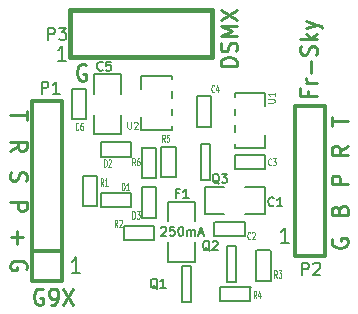
<source format=gto>
G04 (created by PCBNEW-RS274X (2011-11-27 BZR 3249)-stable) date 10/09/2012 4:54:59 p.m.*
G01*
G70*
G90*
%MOIN*%
G04 Gerber Fmt 3.4, Leading zero omitted, Abs format*
%FSLAX34Y34*%
G04 APERTURE LIST*
%ADD10C,0.006000*%
%ADD11C,0.007900*%
%ADD12C,0.009800*%
%ADD13C,0.007500*%
%ADD14C,0.005000*%
%ADD15C,0.012000*%
%ADD16C,0.015000*%
%ADD17C,0.004300*%
%ADD18C,0.003900*%
%ADD19C,0.008000*%
G04 APERTURE END LIST*
G54D10*
G54D11*
X31277Y-14892D02*
X31007Y-14892D01*
X31142Y-14892D02*
X31142Y-14380D01*
X31097Y-14453D01*
X31052Y-14502D01*
X31007Y-14527D01*
X24308Y-15876D02*
X24038Y-15876D01*
X24173Y-15876D02*
X24173Y-15364D01*
X24128Y-15437D01*
X24083Y-15486D01*
X24038Y-15511D01*
X23836Y-08829D02*
X23566Y-08829D01*
X23701Y-08829D02*
X23701Y-08317D01*
X23656Y-08390D01*
X23611Y-08439D01*
X23566Y-08464D01*
G54D12*
X24504Y-08950D02*
X24455Y-08924D01*
X24382Y-08924D01*
X24309Y-08950D01*
X24260Y-09002D01*
X24236Y-09055D01*
X24212Y-09160D01*
X24212Y-09238D01*
X24236Y-09343D01*
X24260Y-09396D01*
X24309Y-09448D01*
X24382Y-09475D01*
X24431Y-09475D01*
X24504Y-09448D01*
X24528Y-09422D01*
X24528Y-09238D01*
X24431Y-09238D01*
X22009Y-12531D02*
X21982Y-12604D01*
X21982Y-12726D01*
X22009Y-12774D01*
X22035Y-12799D01*
X22087Y-12823D01*
X22140Y-12823D01*
X22192Y-12799D01*
X22219Y-12774D01*
X22245Y-12726D01*
X22271Y-12628D01*
X22297Y-12579D01*
X22324Y-12555D01*
X22376Y-12531D01*
X22429Y-12531D01*
X22481Y-12555D01*
X22507Y-12579D01*
X22533Y-12628D01*
X22533Y-12750D01*
X22507Y-12823D01*
X21982Y-13527D02*
X22533Y-13527D01*
X22533Y-13722D01*
X22507Y-13771D01*
X22481Y-13795D01*
X22429Y-13819D01*
X22350Y-13819D01*
X22297Y-13795D01*
X22271Y-13771D01*
X22245Y-13722D01*
X22245Y-13527D01*
X21982Y-11812D02*
X22245Y-11642D01*
X21982Y-11520D02*
X22533Y-11520D01*
X22533Y-11715D01*
X22507Y-11764D01*
X22481Y-11788D01*
X22429Y-11812D01*
X22350Y-11812D01*
X22297Y-11788D01*
X22271Y-11764D01*
X22245Y-11715D01*
X22245Y-11520D01*
X22533Y-10484D02*
X22533Y-10776D01*
X21982Y-10630D02*
X22533Y-10630D01*
X22010Y-14698D02*
X22400Y-14698D01*
X22205Y-14908D02*
X22205Y-14488D01*
X22507Y-15764D02*
X22533Y-15715D01*
X22533Y-15642D01*
X22507Y-15569D01*
X22455Y-15520D01*
X22402Y-15496D01*
X22297Y-15472D01*
X22219Y-15472D01*
X22114Y-15496D01*
X22061Y-15520D01*
X22009Y-15569D01*
X21982Y-15642D01*
X21982Y-15691D01*
X22009Y-15764D01*
X22035Y-15788D01*
X22219Y-15788D01*
X22219Y-15691D01*
X32703Y-10973D02*
X32703Y-10681D01*
X33254Y-10827D02*
X32703Y-10827D01*
X33254Y-11653D02*
X32991Y-11823D01*
X33254Y-11945D02*
X32703Y-11945D01*
X32703Y-11750D01*
X32729Y-11701D01*
X32755Y-11677D01*
X32807Y-11653D01*
X32886Y-11653D01*
X32939Y-11677D01*
X32965Y-11701D01*
X32991Y-11750D01*
X32991Y-11945D01*
X33254Y-12929D02*
X32703Y-12929D01*
X32703Y-12734D01*
X32729Y-12685D01*
X32755Y-12661D01*
X32807Y-12637D01*
X32886Y-12637D01*
X32939Y-12661D01*
X32965Y-12685D01*
X32991Y-12734D01*
X32991Y-12929D01*
X32965Y-13782D02*
X32991Y-13709D01*
X33017Y-13685D01*
X33070Y-13661D01*
X33149Y-13661D01*
X33201Y-13685D01*
X33227Y-13709D01*
X33254Y-13758D01*
X33254Y-13953D01*
X32703Y-13953D01*
X32703Y-13782D01*
X32729Y-13734D01*
X32755Y-13709D01*
X32807Y-13685D01*
X32860Y-13685D01*
X32912Y-13709D01*
X32939Y-13734D01*
X32965Y-13782D01*
X32965Y-13953D01*
X32729Y-14748D02*
X32703Y-14797D01*
X32703Y-14870D01*
X32729Y-14943D01*
X32781Y-14992D01*
X32834Y-15016D01*
X32939Y-15040D01*
X33017Y-15040D01*
X33122Y-15016D01*
X33175Y-14992D01*
X33227Y-14943D01*
X33254Y-14870D01*
X33254Y-14821D01*
X33227Y-14748D01*
X33201Y-14724D01*
X33017Y-14724D01*
X33017Y-14821D01*
G54D13*
X29469Y-11594D02*
X29469Y-11713D01*
X29469Y-10964D02*
X29469Y-11201D01*
X29469Y-10413D02*
X29469Y-10610D01*
X29469Y-09901D02*
X29469Y-10020D01*
X30493Y-10335D02*
X30493Y-09901D01*
X30493Y-11279D02*
X30493Y-11713D01*
X29469Y-11713D02*
X30493Y-11713D01*
X30493Y-09901D02*
X29469Y-09901D01*
X27382Y-09429D02*
X27382Y-09310D01*
X27382Y-10059D02*
X27382Y-09822D01*
X27382Y-10610D02*
X27382Y-10413D01*
X27382Y-11122D02*
X27382Y-11003D01*
X26358Y-10688D02*
X26358Y-11122D01*
X26358Y-09744D02*
X26358Y-09310D01*
X27382Y-09310D02*
X26358Y-09310D01*
X26358Y-11122D02*
X27382Y-11122D01*
G54D14*
X28335Y-12785D02*
X28335Y-11585D01*
X28335Y-11585D02*
X28635Y-11585D01*
X28635Y-11585D02*
X28635Y-12785D01*
X28635Y-12785D02*
X28335Y-12785D01*
X29520Y-14991D02*
X29520Y-16191D01*
X29520Y-16191D02*
X29220Y-16191D01*
X29220Y-16191D02*
X29220Y-14991D01*
X29220Y-14991D02*
X29520Y-14991D01*
X27724Y-16860D02*
X27724Y-15660D01*
X27724Y-15660D02*
X28024Y-15660D01*
X28024Y-15660D02*
X28024Y-16860D01*
X28024Y-16860D02*
X27724Y-16860D01*
X30469Y-13934D02*
X30469Y-13034D01*
X30469Y-13034D02*
X29819Y-13034D01*
X29119Y-13934D02*
X28469Y-13934D01*
X28469Y-13934D02*
X28469Y-13034D01*
X28469Y-13034D02*
X29119Y-13034D01*
X29819Y-13934D02*
X30469Y-13934D01*
X24767Y-11255D02*
X25667Y-11255D01*
X25667Y-11255D02*
X25667Y-10605D01*
X24767Y-09905D02*
X24767Y-09255D01*
X24767Y-09255D02*
X25667Y-09255D01*
X25667Y-09255D02*
X25667Y-09905D01*
X24767Y-10605D02*
X24767Y-11255D01*
X29803Y-14173D02*
X28799Y-14173D01*
X28779Y-14645D02*
X29803Y-14645D01*
X29803Y-14645D02*
X29803Y-14173D01*
X28790Y-14641D02*
X28790Y-14181D01*
X26850Y-12717D02*
X26850Y-11713D01*
X26378Y-11693D02*
X26378Y-12717D01*
X26378Y-12717D02*
X26850Y-12717D01*
X26382Y-11704D02*
X26842Y-11704D01*
X27028Y-11673D02*
X27028Y-12677D01*
X27500Y-12697D02*
X27500Y-11673D01*
X27500Y-11673D02*
X27028Y-11673D01*
X27496Y-12686D02*
X27036Y-12686D01*
X28976Y-16810D02*
X29980Y-16810D01*
X30000Y-16338D02*
X28976Y-16338D01*
X28976Y-16338D02*
X28976Y-16810D01*
X29989Y-16342D02*
X29989Y-16802D01*
X30669Y-16142D02*
X30669Y-15138D01*
X30197Y-15118D02*
X30197Y-16142D01*
X30197Y-16142D02*
X30669Y-16142D01*
X30201Y-15129D02*
X30661Y-15129D01*
X26792Y-14331D02*
X25788Y-14331D01*
X25768Y-14803D02*
X26792Y-14803D01*
X26792Y-14803D02*
X26792Y-14331D01*
X25779Y-14799D02*
X25779Y-14339D01*
X24410Y-12638D02*
X24410Y-13642D01*
X24882Y-13662D02*
X24882Y-12638D01*
X24882Y-12638D02*
X24410Y-12638D01*
X24878Y-13651D02*
X24418Y-13651D01*
X30493Y-11949D02*
X29489Y-11949D01*
X29469Y-12421D02*
X30493Y-12421D01*
X30493Y-12421D02*
X30493Y-11949D01*
X29480Y-12417D02*
X29480Y-11957D01*
X28681Y-11004D02*
X28681Y-10000D01*
X28209Y-09980D02*
X28209Y-11004D01*
X28209Y-11004D02*
X28681Y-11004D01*
X28213Y-09991D02*
X28673Y-09991D01*
X24508Y-10767D02*
X24508Y-09763D01*
X24036Y-09743D02*
X24036Y-10767D01*
X24036Y-10767D02*
X24508Y-10767D01*
X24040Y-09754D02*
X24500Y-09754D01*
X26378Y-13031D02*
X26378Y-14035D01*
X26850Y-14055D02*
X26850Y-13031D01*
X26850Y-13031D02*
X26378Y-13031D01*
X26846Y-14044D02*
X26386Y-14044D01*
X26024Y-11536D02*
X25020Y-11536D01*
X25000Y-12008D02*
X26024Y-12008D01*
X26024Y-12008D02*
X26024Y-11536D01*
X25011Y-12004D02*
X25011Y-11544D01*
X25000Y-13701D02*
X26004Y-13701D01*
X26024Y-13229D02*
X25000Y-13229D01*
X25000Y-13229D02*
X25000Y-13701D01*
X26013Y-13233D02*
X26013Y-13693D01*
G54D15*
X31489Y-15314D02*
X32489Y-15314D01*
X32489Y-10314D02*
X31489Y-10314D01*
X31489Y-15314D02*
X31489Y-10314D01*
X32489Y-10314D02*
X32489Y-15314D01*
X23728Y-16150D02*
X22728Y-16150D01*
X22728Y-16150D02*
X22728Y-10150D01*
X22728Y-10150D02*
X23728Y-10150D01*
X23728Y-10150D02*
X23728Y-16150D01*
X23728Y-15150D02*
X22728Y-15150D01*
G54D16*
X23997Y-07106D02*
X28721Y-07106D01*
X28721Y-07106D02*
X28721Y-08680D01*
X28721Y-08680D02*
X23997Y-08680D01*
X23997Y-08680D02*
X23997Y-07106D01*
G54D14*
X27247Y-15507D02*
X28147Y-15507D01*
X28147Y-15507D02*
X28147Y-14857D01*
X27247Y-14157D02*
X27247Y-13507D01*
X27247Y-13507D02*
X28147Y-13507D01*
X28147Y-13507D02*
X28147Y-14157D01*
X27247Y-14857D02*
X27247Y-15507D01*
G54D17*
X30587Y-10212D02*
X30763Y-10212D01*
X30784Y-10202D01*
X30794Y-10192D01*
X30804Y-10171D01*
X30804Y-10130D01*
X30794Y-10109D01*
X30784Y-10099D01*
X30763Y-10088D01*
X30587Y-10088D01*
X30804Y-09872D02*
X30804Y-09996D01*
X30804Y-09934D02*
X30587Y-09934D01*
X30618Y-09954D01*
X30639Y-09975D01*
X30649Y-09996D01*
X25898Y-10854D02*
X25898Y-11030D01*
X25908Y-11051D01*
X25918Y-11061D01*
X25939Y-11071D01*
X25980Y-11071D01*
X26001Y-11061D01*
X26011Y-11051D01*
X26022Y-11030D01*
X26022Y-10854D01*
X26114Y-10875D02*
X26125Y-10865D01*
X26145Y-10854D01*
X26197Y-10854D01*
X26218Y-10865D01*
X26228Y-10875D01*
X26238Y-10896D01*
X26238Y-10916D01*
X26228Y-10947D01*
X26104Y-11071D01*
X26238Y-11071D01*
G54D13*
X28948Y-12906D02*
X28920Y-12892D01*
X28891Y-12863D01*
X28848Y-12820D01*
X28820Y-12806D01*
X28791Y-12806D01*
X28806Y-12877D02*
X28777Y-12863D01*
X28748Y-12835D01*
X28734Y-12777D01*
X28734Y-12677D01*
X28748Y-12620D01*
X28777Y-12592D01*
X28806Y-12577D01*
X28863Y-12577D01*
X28891Y-12592D01*
X28920Y-12620D01*
X28934Y-12677D01*
X28934Y-12777D01*
X28920Y-12835D01*
X28891Y-12863D01*
X28863Y-12877D01*
X28806Y-12877D01*
X29034Y-12577D02*
X29220Y-12577D01*
X29120Y-12692D01*
X29162Y-12692D01*
X29191Y-12706D01*
X29205Y-12720D01*
X29220Y-12749D01*
X29220Y-12820D01*
X29205Y-12849D01*
X29191Y-12863D01*
X29162Y-12877D01*
X29077Y-12877D01*
X29048Y-12863D01*
X29034Y-12849D01*
X28633Y-15150D02*
X28605Y-15136D01*
X28576Y-15107D01*
X28533Y-15064D01*
X28505Y-15050D01*
X28476Y-15050D01*
X28491Y-15121D02*
X28462Y-15107D01*
X28433Y-15079D01*
X28419Y-15021D01*
X28419Y-14921D01*
X28433Y-14864D01*
X28462Y-14836D01*
X28491Y-14821D01*
X28548Y-14821D01*
X28576Y-14836D01*
X28605Y-14864D01*
X28619Y-14921D01*
X28619Y-15021D01*
X28605Y-15079D01*
X28576Y-15107D01*
X28548Y-15121D01*
X28491Y-15121D01*
X28733Y-14850D02*
X28747Y-14836D01*
X28776Y-14821D01*
X28847Y-14821D01*
X28876Y-14836D01*
X28890Y-14850D01*
X28905Y-14879D01*
X28905Y-14907D01*
X28890Y-14950D01*
X28719Y-15121D01*
X28905Y-15121D01*
X26895Y-16410D02*
X26867Y-16396D01*
X26838Y-16367D01*
X26795Y-16324D01*
X26767Y-16310D01*
X26738Y-16310D01*
X26753Y-16381D02*
X26724Y-16367D01*
X26695Y-16339D01*
X26681Y-16281D01*
X26681Y-16181D01*
X26695Y-16124D01*
X26724Y-16096D01*
X26753Y-16081D01*
X26810Y-16081D01*
X26838Y-16096D01*
X26867Y-16124D01*
X26881Y-16181D01*
X26881Y-16281D01*
X26867Y-16339D01*
X26838Y-16367D01*
X26810Y-16381D01*
X26753Y-16381D01*
X27167Y-16381D02*
X26995Y-16381D01*
X27081Y-16381D02*
X27081Y-16081D01*
X27052Y-16124D01*
X27024Y-16153D01*
X26995Y-16167D01*
G54D14*
X30777Y-13636D02*
X30763Y-13650D01*
X30720Y-13664D01*
X30691Y-13664D01*
X30648Y-13650D01*
X30620Y-13622D01*
X30605Y-13593D01*
X30591Y-13536D01*
X30591Y-13493D01*
X30605Y-13436D01*
X30620Y-13407D01*
X30648Y-13379D01*
X30691Y-13364D01*
X30720Y-13364D01*
X30763Y-13379D01*
X30777Y-13393D01*
X31063Y-13664D02*
X30891Y-13664D01*
X30977Y-13664D02*
X30977Y-13364D01*
X30948Y-13407D01*
X30920Y-13436D01*
X30891Y-13450D01*
X25068Y-09109D02*
X25054Y-09123D01*
X25011Y-09137D01*
X24982Y-09137D01*
X24939Y-09123D01*
X24911Y-09095D01*
X24896Y-09066D01*
X24882Y-09009D01*
X24882Y-08966D01*
X24896Y-08909D01*
X24911Y-08880D01*
X24939Y-08852D01*
X24982Y-08837D01*
X25011Y-08837D01*
X25054Y-08852D01*
X25068Y-08866D01*
X25339Y-08837D02*
X25196Y-08837D01*
X25182Y-08980D01*
X25196Y-08966D01*
X25225Y-08952D01*
X25296Y-08952D01*
X25325Y-08966D01*
X25339Y-08980D01*
X25354Y-09009D01*
X25354Y-09080D01*
X25339Y-09109D01*
X25325Y-09123D01*
X25296Y-09137D01*
X25225Y-09137D01*
X25196Y-09123D01*
X25182Y-09109D01*
G54D18*
X29994Y-14739D02*
X29987Y-14751D01*
X29964Y-14762D01*
X29949Y-14762D01*
X29927Y-14751D01*
X29912Y-14728D01*
X29904Y-14705D01*
X29897Y-14659D01*
X29897Y-14624D01*
X29904Y-14578D01*
X29912Y-14555D01*
X29927Y-14533D01*
X29949Y-14521D01*
X29964Y-14521D01*
X29987Y-14533D01*
X29994Y-14544D01*
X30054Y-14544D02*
X30061Y-14533D01*
X30076Y-14521D01*
X30114Y-14521D01*
X30129Y-14533D01*
X30136Y-14544D01*
X30144Y-14567D01*
X30144Y-14590D01*
X30136Y-14624D01*
X30046Y-14762D01*
X30144Y-14762D01*
X26155Y-12302D02*
X26103Y-12187D01*
X26065Y-12302D02*
X26065Y-12061D01*
X26125Y-12061D01*
X26140Y-12073D01*
X26148Y-12084D01*
X26155Y-12107D01*
X26155Y-12141D01*
X26148Y-12164D01*
X26140Y-12176D01*
X26125Y-12187D01*
X26065Y-12187D01*
X26290Y-12061D02*
X26260Y-12061D01*
X26245Y-12073D01*
X26237Y-12084D01*
X26222Y-12118D01*
X26215Y-12164D01*
X26215Y-12256D01*
X26222Y-12279D01*
X26230Y-12291D01*
X26245Y-12302D01*
X26275Y-12302D01*
X26290Y-12291D01*
X26297Y-12279D01*
X26305Y-12256D01*
X26305Y-12199D01*
X26297Y-12176D01*
X26290Y-12164D01*
X26275Y-12153D01*
X26245Y-12153D01*
X26230Y-12164D01*
X26222Y-12176D01*
X26215Y-12199D01*
X27140Y-11514D02*
X27088Y-11399D01*
X27050Y-11514D02*
X27050Y-11273D01*
X27110Y-11273D01*
X27125Y-11285D01*
X27133Y-11296D01*
X27140Y-11319D01*
X27140Y-11353D01*
X27133Y-11376D01*
X27125Y-11388D01*
X27110Y-11399D01*
X27050Y-11399D01*
X27282Y-11273D02*
X27207Y-11273D01*
X27200Y-11388D01*
X27207Y-11376D01*
X27222Y-11365D01*
X27260Y-11365D01*
X27275Y-11376D01*
X27282Y-11388D01*
X27290Y-11411D01*
X27290Y-11468D01*
X27282Y-11491D01*
X27275Y-11503D01*
X27260Y-11514D01*
X27222Y-11514D01*
X27207Y-11503D01*
X27200Y-11491D01*
X30191Y-16731D02*
X30139Y-16616D01*
X30101Y-16731D02*
X30101Y-16490D01*
X30161Y-16490D01*
X30176Y-16502D01*
X30184Y-16513D01*
X30191Y-16536D01*
X30191Y-16570D01*
X30184Y-16593D01*
X30176Y-16605D01*
X30161Y-16616D01*
X30101Y-16616D01*
X30326Y-16570D02*
X30326Y-16731D01*
X30288Y-16479D02*
X30251Y-16651D01*
X30348Y-16651D01*
X30880Y-16042D02*
X30828Y-15927D01*
X30790Y-16042D02*
X30790Y-15801D01*
X30850Y-15801D01*
X30865Y-15813D01*
X30873Y-15824D01*
X30880Y-15847D01*
X30880Y-15881D01*
X30873Y-15904D01*
X30865Y-15916D01*
X30850Y-15927D01*
X30790Y-15927D01*
X30932Y-15801D02*
X31030Y-15801D01*
X30977Y-15893D01*
X31000Y-15893D01*
X31015Y-15904D01*
X31022Y-15916D01*
X31030Y-15939D01*
X31030Y-15996D01*
X31022Y-16019D01*
X31015Y-16031D01*
X31000Y-16042D01*
X30955Y-16042D01*
X30940Y-16031D01*
X30932Y-16019D01*
X25565Y-14349D02*
X25513Y-14234D01*
X25475Y-14349D02*
X25475Y-14108D01*
X25535Y-14108D01*
X25550Y-14120D01*
X25558Y-14131D01*
X25565Y-14154D01*
X25565Y-14188D01*
X25558Y-14211D01*
X25550Y-14223D01*
X25535Y-14234D01*
X25475Y-14234D01*
X25625Y-14131D02*
X25632Y-14120D01*
X25647Y-14108D01*
X25685Y-14108D01*
X25700Y-14120D01*
X25707Y-14131D01*
X25715Y-14154D01*
X25715Y-14177D01*
X25707Y-14211D01*
X25617Y-14349D01*
X25715Y-14349D01*
X25092Y-12971D02*
X25040Y-12856D01*
X25002Y-12971D02*
X25002Y-12730D01*
X25062Y-12730D01*
X25077Y-12742D01*
X25085Y-12753D01*
X25092Y-12776D01*
X25092Y-12810D01*
X25085Y-12833D01*
X25077Y-12845D01*
X25062Y-12856D01*
X25002Y-12856D01*
X25242Y-12971D02*
X25152Y-12971D01*
X25197Y-12971D02*
X25197Y-12730D01*
X25182Y-12764D01*
X25167Y-12787D01*
X25152Y-12799D01*
X30683Y-12279D02*
X30676Y-12291D01*
X30653Y-12302D01*
X30638Y-12302D01*
X30616Y-12291D01*
X30601Y-12268D01*
X30593Y-12245D01*
X30586Y-12199D01*
X30586Y-12164D01*
X30593Y-12118D01*
X30601Y-12095D01*
X30616Y-12073D01*
X30638Y-12061D01*
X30653Y-12061D01*
X30676Y-12073D01*
X30683Y-12084D01*
X30735Y-12061D02*
X30833Y-12061D01*
X30780Y-12153D01*
X30803Y-12153D01*
X30818Y-12164D01*
X30825Y-12176D01*
X30833Y-12199D01*
X30833Y-12256D01*
X30825Y-12279D01*
X30818Y-12291D01*
X30803Y-12302D01*
X30758Y-12302D01*
X30743Y-12291D01*
X30735Y-12279D01*
X28793Y-09838D02*
X28786Y-09850D01*
X28763Y-09861D01*
X28748Y-09861D01*
X28726Y-09850D01*
X28711Y-09827D01*
X28703Y-09804D01*
X28696Y-09758D01*
X28696Y-09723D01*
X28703Y-09677D01*
X28711Y-09654D01*
X28726Y-09632D01*
X28748Y-09620D01*
X28763Y-09620D01*
X28786Y-09632D01*
X28793Y-09643D01*
X28928Y-09700D02*
X28928Y-09861D01*
X28890Y-09609D02*
X28853Y-09781D01*
X28950Y-09781D01*
X24265Y-11097D02*
X24258Y-11109D01*
X24235Y-11120D01*
X24220Y-11120D01*
X24198Y-11109D01*
X24183Y-11086D01*
X24175Y-11063D01*
X24168Y-11017D01*
X24168Y-10982D01*
X24175Y-10936D01*
X24183Y-10913D01*
X24198Y-10891D01*
X24220Y-10879D01*
X24235Y-10879D01*
X24258Y-10891D01*
X24265Y-10902D01*
X24400Y-10879D02*
X24370Y-10879D01*
X24355Y-10891D01*
X24347Y-10902D01*
X24332Y-10936D01*
X24325Y-10982D01*
X24325Y-11074D01*
X24332Y-11097D01*
X24340Y-11109D01*
X24355Y-11120D01*
X24385Y-11120D01*
X24400Y-11109D01*
X24407Y-11097D01*
X24415Y-11074D01*
X24415Y-11017D01*
X24407Y-10994D01*
X24400Y-10982D01*
X24385Y-10971D01*
X24355Y-10971D01*
X24340Y-10982D01*
X24332Y-10994D01*
X24325Y-11017D01*
X26065Y-14073D02*
X26065Y-13832D01*
X26103Y-13832D01*
X26125Y-13844D01*
X26140Y-13866D01*
X26148Y-13889D01*
X26155Y-13935D01*
X26155Y-13970D01*
X26148Y-14016D01*
X26140Y-14039D01*
X26125Y-14062D01*
X26103Y-14073D01*
X26065Y-14073D01*
X26207Y-13832D02*
X26305Y-13832D01*
X26252Y-13924D01*
X26275Y-13924D01*
X26290Y-13935D01*
X26297Y-13947D01*
X26305Y-13970D01*
X26305Y-14027D01*
X26297Y-14050D01*
X26290Y-14062D01*
X26275Y-14073D01*
X26230Y-14073D01*
X26215Y-14062D01*
X26207Y-14050D01*
X25120Y-12341D02*
X25120Y-12100D01*
X25158Y-12100D01*
X25180Y-12112D01*
X25195Y-12134D01*
X25203Y-12157D01*
X25210Y-12203D01*
X25210Y-12238D01*
X25203Y-12284D01*
X25195Y-12307D01*
X25180Y-12330D01*
X25158Y-12341D01*
X25120Y-12341D01*
X25270Y-12123D02*
X25277Y-12112D01*
X25292Y-12100D01*
X25330Y-12100D01*
X25345Y-12112D01*
X25352Y-12123D01*
X25360Y-12146D01*
X25360Y-12169D01*
X25352Y-12203D01*
X25262Y-12341D01*
X25360Y-12341D01*
X25711Y-13128D02*
X25711Y-12887D01*
X25749Y-12887D01*
X25771Y-12899D01*
X25786Y-12921D01*
X25794Y-12944D01*
X25801Y-12990D01*
X25801Y-13025D01*
X25794Y-13071D01*
X25786Y-13094D01*
X25771Y-13117D01*
X25749Y-13128D01*
X25711Y-13128D01*
X25951Y-13128D02*
X25861Y-13128D01*
X25906Y-13128D02*
X25906Y-12887D01*
X25891Y-12921D01*
X25876Y-12944D01*
X25861Y-12956D01*
G54D19*
X31713Y-15949D02*
X31713Y-15549D01*
X31866Y-15549D01*
X31904Y-15568D01*
X31923Y-15587D01*
X31942Y-15625D01*
X31942Y-15682D01*
X31923Y-15720D01*
X31904Y-15739D01*
X31866Y-15758D01*
X31713Y-15758D01*
X32094Y-15587D02*
X32113Y-15568D01*
X32151Y-15549D01*
X32247Y-15549D01*
X32285Y-15568D01*
X32304Y-15587D01*
X32323Y-15625D01*
X32323Y-15663D01*
X32304Y-15720D01*
X32075Y-15949D01*
X32323Y-15949D01*
G54D12*
X31922Y-09808D02*
X31922Y-09979D01*
X32211Y-09979D02*
X31660Y-09979D01*
X31660Y-09735D01*
X32211Y-09540D02*
X31843Y-09540D01*
X31948Y-09540D02*
X31896Y-09516D01*
X31869Y-09491D01*
X31843Y-09443D01*
X31843Y-09394D01*
X32001Y-09223D02*
X32001Y-08833D01*
X32184Y-08613D02*
X32211Y-08540D01*
X32211Y-08418D01*
X32184Y-08370D01*
X32158Y-08345D01*
X32106Y-08321D01*
X32053Y-08321D01*
X32001Y-08345D01*
X31974Y-08370D01*
X31948Y-08418D01*
X31922Y-08516D01*
X31896Y-08565D01*
X31869Y-08589D01*
X31817Y-08613D01*
X31764Y-08613D01*
X31712Y-08589D01*
X31686Y-08565D01*
X31660Y-08516D01*
X31660Y-08394D01*
X31686Y-08321D01*
X32211Y-08101D02*
X31660Y-08101D01*
X32001Y-08052D02*
X32211Y-07906D01*
X31843Y-07906D02*
X32053Y-08101D01*
X31843Y-07736D02*
X32211Y-07614D01*
X31843Y-07492D02*
X32211Y-07614D01*
X32342Y-07663D01*
X32368Y-07687D01*
X32394Y-07736D01*
G54D19*
X23032Y-09906D02*
X23032Y-09506D01*
X23185Y-09506D01*
X23223Y-09525D01*
X23242Y-09544D01*
X23261Y-09582D01*
X23261Y-09639D01*
X23242Y-09677D01*
X23223Y-09696D01*
X23185Y-09715D01*
X23032Y-09715D01*
X23642Y-09906D02*
X23413Y-09906D01*
X23527Y-09906D02*
X23527Y-09506D01*
X23489Y-09563D01*
X23451Y-09601D01*
X23413Y-09620D01*
G54D12*
X23071Y-16430D02*
X23022Y-16404D01*
X22949Y-16404D01*
X22876Y-16430D01*
X22827Y-16482D01*
X22803Y-16535D01*
X22779Y-16640D01*
X22779Y-16718D01*
X22803Y-16823D01*
X22827Y-16876D01*
X22876Y-16928D01*
X22949Y-16955D01*
X22998Y-16955D01*
X23071Y-16928D01*
X23095Y-16902D01*
X23095Y-16718D01*
X22998Y-16718D01*
X23339Y-16955D02*
X23437Y-16955D01*
X23486Y-16928D01*
X23510Y-16902D01*
X23559Y-16823D01*
X23583Y-16718D01*
X23583Y-16508D01*
X23559Y-16456D01*
X23534Y-16430D01*
X23486Y-16404D01*
X23388Y-16404D01*
X23339Y-16430D01*
X23315Y-16456D01*
X23291Y-16508D01*
X23291Y-16640D01*
X23315Y-16692D01*
X23339Y-16718D01*
X23388Y-16745D01*
X23486Y-16745D01*
X23534Y-16718D01*
X23559Y-16692D01*
X23583Y-16640D01*
X23754Y-16404D02*
X24095Y-16955D01*
X24095Y-16404D02*
X23754Y-16955D01*
G54D11*
X23253Y-08112D02*
X23253Y-07718D01*
X23403Y-07718D01*
X23440Y-07737D01*
X23459Y-07756D01*
X23478Y-07794D01*
X23478Y-07850D01*
X23459Y-07887D01*
X23440Y-07906D01*
X23403Y-07925D01*
X23253Y-07925D01*
X23609Y-07718D02*
X23853Y-07718D01*
X23722Y-07869D01*
X23778Y-07869D01*
X23816Y-07887D01*
X23834Y-07906D01*
X23853Y-07944D01*
X23853Y-08037D01*
X23834Y-08075D01*
X23816Y-08094D01*
X23778Y-08112D01*
X23666Y-08112D01*
X23628Y-08094D01*
X23609Y-08075D01*
G54D12*
X29554Y-08985D02*
X29003Y-08985D01*
X29003Y-08863D01*
X29029Y-08790D01*
X29081Y-08741D01*
X29134Y-08717D01*
X29239Y-08693D01*
X29317Y-08693D01*
X29422Y-08717D01*
X29475Y-08741D01*
X29527Y-08790D01*
X29554Y-08863D01*
X29554Y-08985D01*
X29527Y-08497D02*
X29554Y-08424D01*
X29554Y-08302D01*
X29527Y-08254D01*
X29501Y-08229D01*
X29449Y-08205D01*
X29396Y-08205D01*
X29344Y-08229D01*
X29317Y-08254D01*
X29291Y-08302D01*
X29265Y-08400D01*
X29239Y-08449D01*
X29212Y-08473D01*
X29160Y-08497D01*
X29107Y-08497D01*
X29055Y-08473D01*
X29029Y-08449D01*
X29003Y-08400D01*
X29003Y-08278D01*
X29029Y-08205D01*
X29554Y-07985D02*
X29003Y-07985D01*
X29396Y-07814D01*
X29003Y-07644D01*
X29554Y-07644D01*
X29003Y-07449D02*
X29554Y-07108D01*
X29003Y-07108D02*
X29554Y-07449D01*
G54D14*
X27617Y-13232D02*
X27517Y-13232D01*
X27517Y-13389D02*
X27517Y-13089D01*
X27660Y-13089D01*
X27932Y-13389D02*
X27760Y-13389D01*
X27846Y-13389D02*
X27846Y-13089D01*
X27817Y-13132D01*
X27789Y-13161D01*
X27760Y-13175D01*
X27017Y-14377D02*
X27031Y-14363D01*
X27060Y-14348D01*
X27131Y-14348D01*
X27160Y-14363D01*
X27174Y-14377D01*
X27189Y-14406D01*
X27189Y-14434D01*
X27174Y-14477D01*
X27003Y-14648D01*
X27189Y-14648D01*
X27460Y-14348D02*
X27317Y-14348D01*
X27303Y-14491D01*
X27317Y-14477D01*
X27346Y-14463D01*
X27417Y-14463D01*
X27446Y-14477D01*
X27460Y-14491D01*
X27475Y-14520D01*
X27475Y-14591D01*
X27460Y-14620D01*
X27446Y-14634D01*
X27417Y-14648D01*
X27346Y-14648D01*
X27317Y-14634D01*
X27303Y-14620D01*
X27661Y-14348D02*
X27689Y-14348D01*
X27718Y-14363D01*
X27732Y-14377D01*
X27746Y-14406D01*
X27761Y-14463D01*
X27761Y-14534D01*
X27746Y-14591D01*
X27732Y-14620D01*
X27718Y-14634D01*
X27689Y-14648D01*
X27661Y-14648D01*
X27632Y-14634D01*
X27618Y-14620D01*
X27603Y-14591D01*
X27589Y-14534D01*
X27589Y-14463D01*
X27603Y-14406D01*
X27618Y-14377D01*
X27632Y-14363D01*
X27661Y-14348D01*
X27889Y-14648D02*
X27889Y-14448D01*
X27889Y-14477D02*
X27904Y-14463D01*
X27932Y-14448D01*
X27975Y-14448D01*
X28004Y-14463D01*
X28018Y-14491D01*
X28018Y-14648D01*
X28018Y-14491D02*
X28032Y-14463D01*
X28061Y-14448D01*
X28104Y-14448D01*
X28132Y-14463D01*
X28147Y-14491D01*
X28147Y-14648D01*
X28275Y-14563D02*
X28418Y-14563D01*
X28247Y-14648D02*
X28347Y-14348D01*
X28447Y-14648D01*
M02*

</source>
